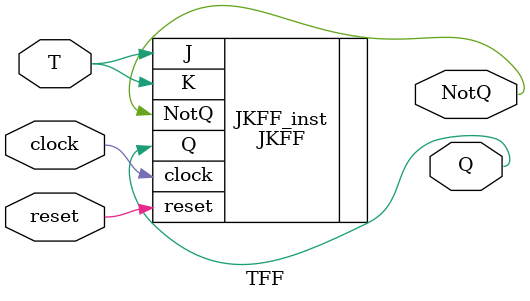
<source format=v>
`timescale 1ns / 1ps

module TFF(
    input T,
    input reset,
    input clock,
    output Q,
    output NotQ
    );
    
    JKFF JKFF_inst(
        .J(T),
        .K(T),
        .reset(reset),
        .clock(clock),
        .Q(Q),
        .NotQ(NotQ)
    );
    
endmodule
</source>
